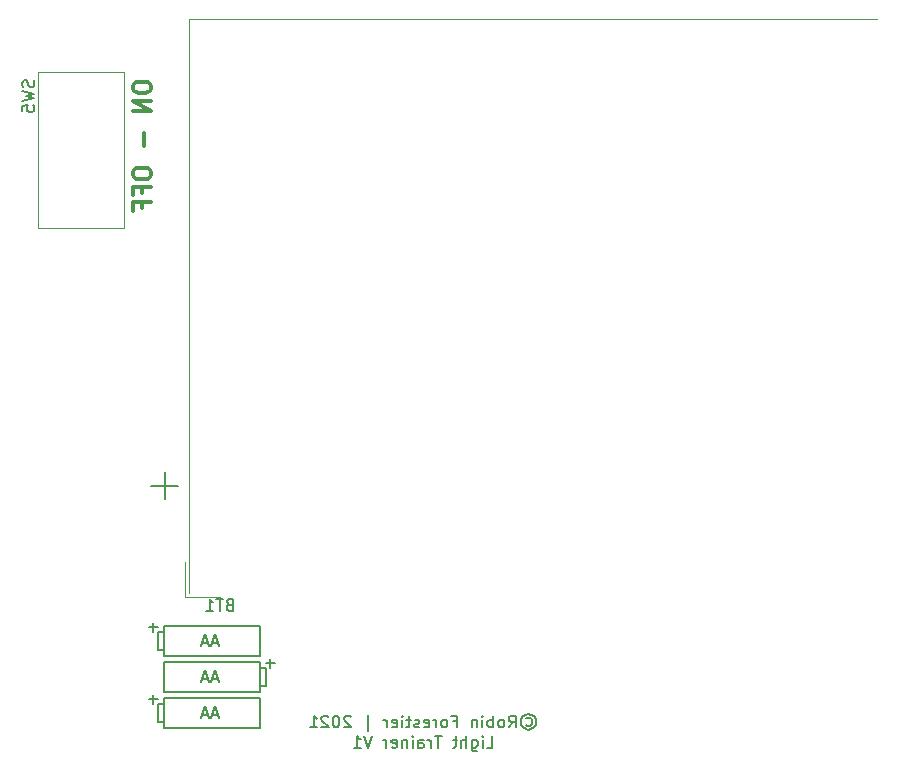
<source format=gbr>
%TF.GenerationSoftware,KiCad,Pcbnew,(5.1.10)-1*%
%TF.CreationDate,2021-09-15T08:26:03+02:00*%
%TF.ProjectId,Light_trainer,4c696768-745f-4747-9261-696e65722e6b,rev?*%
%TF.SameCoordinates,Original*%
%TF.FileFunction,Legend,Bot*%
%TF.FilePolarity,Positive*%
%FSLAX46Y46*%
G04 Gerber Fmt 4.6, Leading zero omitted, Abs format (unit mm)*
G04 Created by KiCad (PCBNEW (5.1.10)-1) date 2021-09-15 08:26:03*
%MOMM*%
%LPD*%
G01*
G04 APERTURE LIST*
%ADD10C,0.150000*%
%ADD11C,0.300000*%
%ADD12C,0.200000*%
%ADD13C,0.120000*%
G04 APERTURE END LIST*
D10*
X110458333Y-127547666D02*
X110934523Y-127547666D01*
X110363095Y-127833380D02*
X110696428Y-126833380D01*
X111029761Y-127833380D01*
X111315476Y-127547666D02*
X111791666Y-127547666D01*
X111220238Y-127833380D02*
X111553571Y-126833380D01*
X111886904Y-127833380D01*
X110458333Y-124499666D02*
X110934523Y-124499666D01*
X110363095Y-124785380D02*
X110696428Y-123785380D01*
X111029761Y-124785380D01*
X111315476Y-124499666D02*
X111791666Y-124499666D01*
X111220238Y-124785380D02*
X111553571Y-123785380D01*
X111886904Y-124785380D01*
X110458333Y-121451666D02*
X110934523Y-121451666D01*
X110363095Y-121737380D02*
X110696428Y-120737380D01*
X111029761Y-121737380D01*
X111315476Y-121451666D02*
X111791666Y-121451666D01*
X111220238Y-121737380D02*
X111553571Y-120737380D01*
X111886904Y-121737380D01*
X106299000Y-125857000D02*
X106299000Y-126619000D01*
X107188000Y-128651000D02*
X115316000Y-128651000D01*
X107188000Y-126619000D02*
X106680000Y-126619000D01*
X106680000Y-128143000D02*
X107188000Y-128143000D01*
X107188000Y-126111000D02*
X107188000Y-128651000D01*
X106680000Y-126619000D02*
X106680000Y-128143000D01*
X105918000Y-126238000D02*
X106680000Y-126238000D01*
X115316000Y-128651000D02*
X115316000Y-126111000D01*
X115316000Y-126111000D02*
X107188000Y-126111000D01*
X106680000Y-120523000D02*
X106680000Y-122047000D01*
X105918000Y-120142000D02*
X106680000Y-120142000D01*
X107188000Y-122555000D02*
X115316000Y-122555000D01*
X107188000Y-120523000D02*
X106680000Y-120523000D01*
X106680000Y-122047000D02*
X107188000Y-122047000D01*
X106299000Y-119761000D02*
X106299000Y-120523000D01*
X107188000Y-120015000D02*
X107188000Y-122555000D01*
X115316000Y-120015000D02*
X107188000Y-120015000D01*
X115316000Y-122555000D02*
X115316000Y-120015000D01*
X116586000Y-123190000D02*
X115824000Y-123190000D01*
X107188000Y-125603000D02*
X115316000Y-125603000D01*
X107188000Y-123063000D02*
X107188000Y-125603000D01*
X115316000Y-125095000D02*
X115824000Y-125095000D01*
X116205000Y-123571000D02*
X116205000Y-122809000D01*
X115824000Y-125095000D02*
X115824000Y-123571000D01*
X115316000Y-123063000D02*
X107188000Y-123063000D01*
X115824000Y-123571000D02*
X115316000Y-123571000D01*
X115316000Y-125603000D02*
X115316000Y-123063000D01*
D11*
X104588571Y-74303571D02*
X104588571Y-74589285D01*
X104660000Y-74732142D01*
X104802857Y-74875000D01*
X105088571Y-74946428D01*
X105588571Y-74946428D01*
X105874285Y-74875000D01*
X106017142Y-74732142D01*
X106088571Y-74589285D01*
X106088571Y-74303571D01*
X106017142Y-74160714D01*
X105874285Y-74017857D01*
X105588571Y-73946428D01*
X105088571Y-73946428D01*
X104802857Y-74017857D01*
X104660000Y-74160714D01*
X104588571Y-74303571D01*
X106088571Y-75589285D02*
X104588571Y-75589285D01*
X106088571Y-76446428D01*
X104588571Y-76446428D01*
X105517142Y-78303571D02*
X105517142Y-79446428D01*
X104588571Y-81589285D02*
X104588571Y-81875000D01*
X104660000Y-82017857D01*
X104802857Y-82160714D01*
X105088571Y-82232142D01*
X105588571Y-82232142D01*
X105874285Y-82160714D01*
X106017142Y-82017857D01*
X106088571Y-81875000D01*
X106088571Y-81589285D01*
X106017142Y-81446428D01*
X105874285Y-81303571D01*
X105588571Y-81232142D01*
X105088571Y-81232142D01*
X104802857Y-81303571D01*
X104660000Y-81446428D01*
X104588571Y-81589285D01*
X105302857Y-83375000D02*
X105302857Y-82875000D01*
X106088571Y-82875000D02*
X104588571Y-82875000D01*
X104588571Y-83589285D01*
X105302857Y-84660714D02*
X105302857Y-84160714D01*
X106088571Y-84160714D02*
X104588571Y-84160714D01*
X104588571Y-84875000D01*
D12*
X137873285Y-127872476D02*
X137968523Y-127824857D01*
X138159000Y-127824857D01*
X138254238Y-127872476D01*
X138349476Y-127967714D01*
X138397095Y-128062952D01*
X138397095Y-128253428D01*
X138349476Y-128348666D01*
X138254238Y-128443904D01*
X138159000Y-128491523D01*
X137968523Y-128491523D01*
X137873285Y-128443904D01*
X138063761Y-127491523D02*
X138301857Y-127539142D01*
X138539952Y-127682000D01*
X138682809Y-127920095D01*
X138730428Y-128158190D01*
X138682809Y-128396285D01*
X138539952Y-128634380D01*
X138301857Y-128777238D01*
X138063761Y-128824857D01*
X137825666Y-128777238D01*
X137587571Y-128634380D01*
X137444714Y-128396285D01*
X137397095Y-128158190D01*
X137444714Y-127920095D01*
X137587571Y-127682000D01*
X137825666Y-127539142D01*
X138063761Y-127491523D01*
X136397095Y-128634380D02*
X136730428Y-128158190D01*
X136968523Y-128634380D02*
X136968523Y-127634380D01*
X136587571Y-127634380D01*
X136492333Y-127682000D01*
X136444714Y-127729619D01*
X136397095Y-127824857D01*
X136397095Y-127967714D01*
X136444714Y-128062952D01*
X136492333Y-128110571D01*
X136587571Y-128158190D01*
X136968523Y-128158190D01*
X135825666Y-128634380D02*
X135920904Y-128586761D01*
X135968523Y-128539142D01*
X136016142Y-128443904D01*
X136016142Y-128158190D01*
X135968523Y-128062952D01*
X135920904Y-128015333D01*
X135825666Y-127967714D01*
X135682809Y-127967714D01*
X135587571Y-128015333D01*
X135539952Y-128062952D01*
X135492333Y-128158190D01*
X135492333Y-128443904D01*
X135539952Y-128539142D01*
X135587571Y-128586761D01*
X135682809Y-128634380D01*
X135825666Y-128634380D01*
X135063761Y-128634380D02*
X135063761Y-127634380D01*
X135063761Y-128015333D02*
X134968523Y-127967714D01*
X134778047Y-127967714D01*
X134682809Y-128015333D01*
X134635190Y-128062952D01*
X134587571Y-128158190D01*
X134587571Y-128443904D01*
X134635190Y-128539142D01*
X134682809Y-128586761D01*
X134778047Y-128634380D01*
X134968523Y-128634380D01*
X135063761Y-128586761D01*
X134159000Y-128634380D02*
X134159000Y-127967714D01*
X134159000Y-127634380D02*
X134206619Y-127682000D01*
X134159000Y-127729619D01*
X134111380Y-127682000D01*
X134159000Y-127634380D01*
X134159000Y-127729619D01*
X133682809Y-127967714D02*
X133682809Y-128634380D01*
X133682809Y-128062952D02*
X133635190Y-128015333D01*
X133539952Y-127967714D01*
X133397095Y-127967714D01*
X133301857Y-128015333D01*
X133254238Y-128110571D01*
X133254238Y-128634380D01*
X131682809Y-128110571D02*
X132016142Y-128110571D01*
X132016142Y-128634380D02*
X132016142Y-127634380D01*
X131539952Y-127634380D01*
X131016142Y-128634380D02*
X131111380Y-128586761D01*
X131159000Y-128539142D01*
X131206619Y-128443904D01*
X131206619Y-128158190D01*
X131159000Y-128062952D01*
X131111380Y-128015333D01*
X131016142Y-127967714D01*
X130873285Y-127967714D01*
X130778047Y-128015333D01*
X130730428Y-128062952D01*
X130682809Y-128158190D01*
X130682809Y-128443904D01*
X130730428Y-128539142D01*
X130778047Y-128586761D01*
X130873285Y-128634380D01*
X131016142Y-128634380D01*
X130254238Y-128634380D02*
X130254238Y-127967714D01*
X130254238Y-128158190D02*
X130206619Y-128062952D01*
X130159000Y-128015333D01*
X130063761Y-127967714D01*
X129968523Y-127967714D01*
X129254238Y-128586761D02*
X129349476Y-128634380D01*
X129539952Y-128634380D01*
X129635190Y-128586761D01*
X129682809Y-128491523D01*
X129682809Y-128110571D01*
X129635190Y-128015333D01*
X129539952Y-127967714D01*
X129349476Y-127967714D01*
X129254238Y-128015333D01*
X129206619Y-128110571D01*
X129206619Y-128205809D01*
X129682809Y-128301047D01*
X128825666Y-128586761D02*
X128730428Y-128634380D01*
X128539952Y-128634380D01*
X128444714Y-128586761D01*
X128397095Y-128491523D01*
X128397095Y-128443904D01*
X128444714Y-128348666D01*
X128539952Y-128301047D01*
X128682809Y-128301047D01*
X128778047Y-128253428D01*
X128825666Y-128158190D01*
X128825666Y-128110571D01*
X128778047Y-128015333D01*
X128682809Y-127967714D01*
X128539952Y-127967714D01*
X128444714Y-128015333D01*
X128111380Y-127967714D02*
X127730428Y-127967714D01*
X127968523Y-127634380D02*
X127968523Y-128491523D01*
X127920904Y-128586761D01*
X127825666Y-128634380D01*
X127730428Y-128634380D01*
X127397095Y-128634380D02*
X127397095Y-127967714D01*
X127397095Y-127634380D02*
X127444714Y-127682000D01*
X127397095Y-127729619D01*
X127349476Y-127682000D01*
X127397095Y-127634380D01*
X127397095Y-127729619D01*
X126539952Y-128586761D02*
X126635190Y-128634380D01*
X126825666Y-128634380D01*
X126920904Y-128586761D01*
X126968523Y-128491523D01*
X126968523Y-128110571D01*
X126920904Y-128015333D01*
X126825666Y-127967714D01*
X126635190Y-127967714D01*
X126539952Y-128015333D01*
X126492333Y-128110571D01*
X126492333Y-128205809D01*
X126968523Y-128301047D01*
X126063761Y-128634380D02*
X126063761Y-127967714D01*
X126063761Y-128158190D02*
X126016142Y-128062952D01*
X125968523Y-128015333D01*
X125873285Y-127967714D01*
X125778047Y-127967714D01*
X124444714Y-128967714D02*
X124444714Y-127539142D01*
X123016142Y-127729619D02*
X122968523Y-127682000D01*
X122873285Y-127634380D01*
X122635190Y-127634380D01*
X122539952Y-127682000D01*
X122492333Y-127729619D01*
X122444714Y-127824857D01*
X122444714Y-127920095D01*
X122492333Y-128062952D01*
X123063761Y-128634380D01*
X122444714Y-128634380D01*
X121825666Y-127634380D02*
X121730428Y-127634380D01*
X121635190Y-127682000D01*
X121587571Y-127729619D01*
X121539952Y-127824857D01*
X121492333Y-128015333D01*
X121492333Y-128253428D01*
X121539952Y-128443904D01*
X121587571Y-128539142D01*
X121635190Y-128586761D01*
X121730428Y-128634380D01*
X121825666Y-128634380D01*
X121920904Y-128586761D01*
X121968523Y-128539142D01*
X122016142Y-128443904D01*
X122063761Y-128253428D01*
X122063761Y-128015333D01*
X122016142Y-127824857D01*
X121968523Y-127729619D01*
X121920904Y-127682000D01*
X121825666Y-127634380D01*
X121111380Y-127729619D02*
X121063761Y-127682000D01*
X120968523Y-127634380D01*
X120730428Y-127634380D01*
X120635190Y-127682000D01*
X120587571Y-127729619D01*
X120539952Y-127824857D01*
X120539952Y-127920095D01*
X120587571Y-128062952D01*
X121159000Y-128634380D01*
X120539952Y-128634380D01*
X119587571Y-128634380D02*
X120159000Y-128634380D01*
X119873285Y-128634380D02*
X119873285Y-127634380D01*
X119968523Y-127777238D01*
X120063761Y-127872476D01*
X120159000Y-127920095D01*
X134516142Y-130334380D02*
X134992333Y-130334380D01*
X134992333Y-129334380D01*
X134182809Y-130334380D02*
X134182809Y-129667714D01*
X134182809Y-129334380D02*
X134230428Y-129382000D01*
X134182809Y-129429619D01*
X134135190Y-129382000D01*
X134182809Y-129334380D01*
X134182809Y-129429619D01*
X133278047Y-129667714D02*
X133278047Y-130477238D01*
X133325666Y-130572476D01*
X133373285Y-130620095D01*
X133468523Y-130667714D01*
X133611380Y-130667714D01*
X133706619Y-130620095D01*
X133278047Y-130286761D02*
X133373285Y-130334380D01*
X133563761Y-130334380D01*
X133659000Y-130286761D01*
X133706619Y-130239142D01*
X133754238Y-130143904D01*
X133754238Y-129858190D01*
X133706619Y-129762952D01*
X133659000Y-129715333D01*
X133563761Y-129667714D01*
X133373285Y-129667714D01*
X133278047Y-129715333D01*
X132801857Y-130334380D02*
X132801857Y-129334380D01*
X132373285Y-130334380D02*
X132373285Y-129810571D01*
X132420904Y-129715333D01*
X132516142Y-129667714D01*
X132659000Y-129667714D01*
X132754238Y-129715333D01*
X132801857Y-129762952D01*
X132039952Y-129667714D02*
X131659000Y-129667714D01*
X131897095Y-129334380D02*
X131897095Y-130191523D01*
X131849476Y-130286761D01*
X131754238Y-130334380D01*
X131659000Y-130334380D01*
X130706619Y-129334380D02*
X130135190Y-129334380D01*
X130420904Y-130334380D02*
X130420904Y-129334380D01*
X129801857Y-130334380D02*
X129801857Y-129667714D01*
X129801857Y-129858190D02*
X129754238Y-129762952D01*
X129706619Y-129715333D01*
X129611380Y-129667714D01*
X129516142Y-129667714D01*
X128754238Y-130334380D02*
X128754238Y-129810571D01*
X128801857Y-129715333D01*
X128897095Y-129667714D01*
X129087571Y-129667714D01*
X129182809Y-129715333D01*
X128754238Y-130286761D02*
X128849476Y-130334380D01*
X129087571Y-130334380D01*
X129182809Y-130286761D01*
X129230428Y-130191523D01*
X129230428Y-130096285D01*
X129182809Y-130001047D01*
X129087571Y-129953428D01*
X128849476Y-129953428D01*
X128754238Y-129905809D01*
X128278047Y-130334380D02*
X128278047Y-129667714D01*
X128278047Y-129334380D02*
X128325666Y-129382000D01*
X128278047Y-129429619D01*
X128230428Y-129382000D01*
X128278047Y-129334380D01*
X128278047Y-129429619D01*
X127801857Y-129667714D02*
X127801857Y-130334380D01*
X127801857Y-129762952D02*
X127754238Y-129715333D01*
X127659000Y-129667714D01*
X127516142Y-129667714D01*
X127420904Y-129715333D01*
X127373285Y-129810571D01*
X127373285Y-130334380D01*
X126516142Y-130286761D02*
X126611380Y-130334380D01*
X126801857Y-130334380D01*
X126897095Y-130286761D01*
X126944714Y-130191523D01*
X126944714Y-129810571D01*
X126897095Y-129715333D01*
X126801857Y-129667714D01*
X126611380Y-129667714D01*
X126516142Y-129715333D01*
X126468523Y-129810571D01*
X126468523Y-129905809D01*
X126944714Y-130001047D01*
X126039952Y-130334380D02*
X126039952Y-129667714D01*
X126039952Y-129858190D02*
X125992333Y-129762952D01*
X125944714Y-129715333D01*
X125849476Y-129667714D01*
X125754238Y-129667714D01*
X124801857Y-129334380D02*
X124468523Y-130334380D01*
X124135190Y-129334380D01*
X123278047Y-130334380D02*
X123849476Y-130334380D01*
X123563761Y-130334380D02*
X123563761Y-129334380D01*
X123659000Y-129477238D01*
X123754238Y-129572476D01*
X123849476Y-129620095D01*
D13*
%TO.C,BT1*%
X108960000Y-114600000D02*
X108960000Y-117600000D01*
X108960000Y-117600000D02*
X111960000Y-117600000D01*
X109340000Y-68680000D02*
X167580000Y-68680000D01*
X109340000Y-117220000D02*
X109340000Y-68680000D01*
%TO.C,SW5*%
X96520000Y-86360000D02*
X103830000Y-86360000D01*
X96520000Y-73152000D02*
X96520000Y-86360000D01*
X103830000Y-73152000D02*
X96520000Y-73152000D01*
X103830000Y-73152000D02*
X103830000Y-86360000D01*
%TO.C,BT1*%
D10*
X112745714Y-118228571D02*
X112602857Y-118276190D01*
X112555238Y-118323809D01*
X112507619Y-118419047D01*
X112507619Y-118561904D01*
X112555238Y-118657142D01*
X112602857Y-118704761D01*
X112698095Y-118752380D01*
X113079047Y-118752380D01*
X113079047Y-117752380D01*
X112745714Y-117752380D01*
X112650476Y-117800000D01*
X112602857Y-117847619D01*
X112555238Y-117942857D01*
X112555238Y-118038095D01*
X112602857Y-118133333D01*
X112650476Y-118180952D01*
X112745714Y-118228571D01*
X113079047Y-118228571D01*
X112221904Y-117752380D02*
X111650476Y-117752380D01*
X111936190Y-118752380D02*
X111936190Y-117752380D01*
X110793333Y-118752380D02*
X111364761Y-118752380D01*
X111079047Y-118752380D02*
X111079047Y-117752380D01*
X111174285Y-117895238D01*
X111269523Y-117990476D01*
X111364761Y-118038095D01*
X108402857Y-108164285D02*
X106117142Y-108164285D01*
X107260000Y-109307142D02*
X107260000Y-107021428D01*
%TO.C,SW5*%
X96162761Y-73850666D02*
X96210380Y-73993523D01*
X96210380Y-74231619D01*
X96162761Y-74326857D01*
X96115142Y-74374476D01*
X96019904Y-74422095D01*
X95924666Y-74422095D01*
X95829428Y-74374476D01*
X95781809Y-74326857D01*
X95734190Y-74231619D01*
X95686571Y-74041142D01*
X95638952Y-73945904D01*
X95591333Y-73898285D01*
X95496095Y-73850666D01*
X95400857Y-73850666D01*
X95305619Y-73898285D01*
X95258000Y-73945904D01*
X95210380Y-74041142D01*
X95210380Y-74279238D01*
X95258000Y-74422095D01*
X95210380Y-74755428D02*
X96210380Y-74993523D01*
X95496095Y-75184000D01*
X96210380Y-75374476D01*
X95210380Y-75612571D01*
X95210380Y-76469714D02*
X95210380Y-75993523D01*
X95686571Y-75945904D01*
X95638952Y-75993523D01*
X95591333Y-76088761D01*
X95591333Y-76326857D01*
X95638952Y-76422095D01*
X95686571Y-76469714D01*
X95781809Y-76517333D01*
X96019904Y-76517333D01*
X96115142Y-76469714D01*
X96162761Y-76422095D01*
X96210380Y-76326857D01*
X96210380Y-76088761D01*
X96162761Y-75993523D01*
X96115142Y-75945904D01*
%TD*%
M02*

</source>
